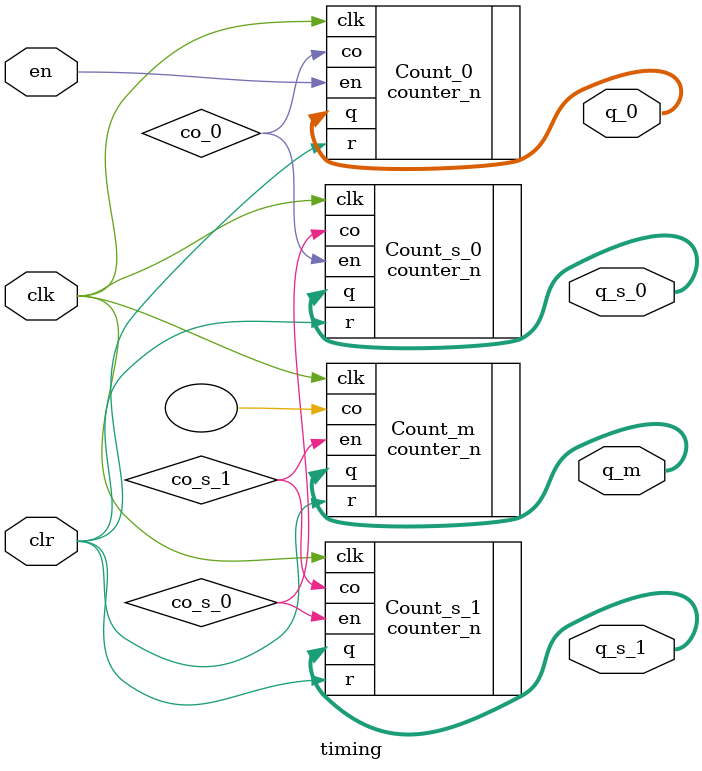
<source format=v>
module timing (en, clr, clk, q_0, q_s_0, q_s_1, q_m);

input   en;
input   clr;
input   clk;

output  wire [3:0]   q_0;
output  wire [3:0]   q_s_0;
output  wire [3:0]   q_s_1;
output  wire [3:0]   q_m;

wire    co_0;
wire    co_s_0;
wire    co_s_1;

counter_n   #(.n(10), .counter_bits(4))     Count_0     (.clk(clk), .r(clr), .en(en), .co(co_0), .q(q_0));

counter_n   #(.n(10), .counter_bits(4))     Count_s_0   (.clk(clk), .r(clr), .en(co_0), .co(co_s_0), .q(q_s_0));
counter_n   #(.n(6),  .counter_bits(4))     Count_s_1   (.clk(clk), .r(clr), .en(co_s_0), .co(co_s_1), .q(q_s_1));

counter_n   #(.n(10), .counter_bits(4))     Count_m     (.clk(clk), .r(clr), .en(co_s_1), .co(), .q(q_m));


    
endmodule
</source>
